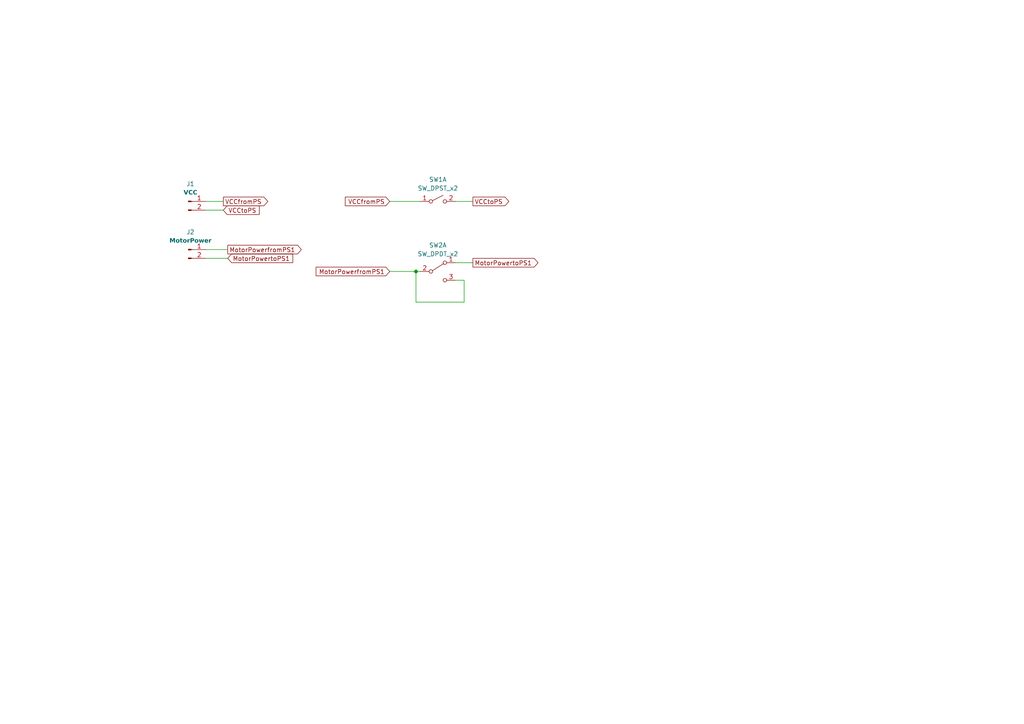
<source format=kicad_sch>
(kicad_sch (version 20230121) (generator eeschema)

  (uuid ef598961-17de-454d-aaa6-00ad10524493)

  (paper "A4")

  (lib_symbols
    (symbol "Connector:Conn_01x02_Pin" (pin_names (offset 1.016) hide) (in_bom yes) (on_board yes)
      (property "Reference" "J" (at 0 2.54 0)
        (effects (font (size 1.27 1.27)))
      )
      (property "Value" "Conn_01x02_Pin" (at 0 -5.08 0)
        (effects (font (size 1.27 1.27)))
      )
      (property "Footprint" "" (at 0 0 0)
        (effects (font (size 1.27 1.27)) hide)
      )
      (property "Datasheet" "~" (at 0 0 0)
        (effects (font (size 1.27 1.27)) hide)
      )
      (property "ki_locked" "" (at 0 0 0)
        (effects (font (size 1.27 1.27)))
      )
      (property "ki_keywords" "connector" (at 0 0 0)
        (effects (font (size 1.27 1.27)) hide)
      )
      (property "ki_description" "Generic connector, single row, 01x02, script generated" (at 0 0 0)
        (effects (font (size 1.27 1.27)) hide)
      )
      (property "ki_fp_filters" "Connector*:*_1x??_*" (at 0 0 0)
        (effects (font (size 1.27 1.27)) hide)
      )
      (symbol "Conn_01x02_Pin_1_1"
        (polyline
          (pts
            (xy 1.27 -2.54)
            (xy 0.8636 -2.54)
          )
          (stroke (width 0.1524) (type default))
          (fill (type none))
        )
        (polyline
          (pts
            (xy 1.27 0)
            (xy 0.8636 0)
          )
          (stroke (width 0.1524) (type default))
          (fill (type none))
        )
        (rectangle (start 0.8636 -2.413) (end 0 -2.667)
          (stroke (width 0.1524) (type default))
          (fill (type outline))
        )
        (rectangle (start 0.8636 0.127) (end 0 -0.127)
          (stroke (width 0.1524) (type default))
          (fill (type outline))
        )
        (pin passive line (at 5.08 0 180) (length 3.81)
          (name "Pin_1" (effects (font (size 1.27 1.27))))
          (number "1" (effects (font (size 1.27 1.27))))
        )
        (pin passive line (at 5.08 -2.54 180) (length 3.81)
          (name "Pin_2" (effects (font (size 1.27 1.27))))
          (number "2" (effects (font (size 1.27 1.27))))
        )
      )
    )
    (symbol "Switch:SW_DPDT_x2" (pin_names (offset 0) hide) (in_bom yes) (on_board yes)
      (property "Reference" "SW" (at 0 4.318 0)
        (effects (font (size 1.27 1.27)))
      )
      (property "Value" "SW_DPDT_x2" (at 0 -5.08 0)
        (effects (font (size 1.27 1.27)))
      )
      (property "Footprint" "" (at 0 0 0)
        (effects (font (size 1.27 1.27)) hide)
      )
      (property "Datasheet" "~" (at 0 0 0)
        (effects (font (size 1.27 1.27)) hide)
      )
      (property "ki_keywords" "switch dual-pole double-throw DPDT spdt ON-ON" (at 0 0 0)
        (effects (font (size 1.27 1.27)) hide)
      )
      (property "ki_description" "Switch, dual pole double throw, separate symbols" (at 0 0 0)
        (effects (font (size 1.27 1.27)) hide)
      )
      (property "ki_fp_filters" "SW*DPDT*" (at 0 0 0)
        (effects (font (size 1.27 1.27)) hide)
      )
      (symbol "SW_DPDT_x2_0_0"
        (circle (center -2.032 0) (radius 0.508)
          (stroke (width 0) (type default))
          (fill (type none))
        )
        (circle (center 2.032 -2.54) (radius 0.508)
          (stroke (width 0) (type default))
          (fill (type none))
        )
      )
      (symbol "SW_DPDT_x2_0_1"
        (polyline
          (pts
            (xy -1.524 0.254)
            (xy 1.651 2.286)
          )
          (stroke (width 0) (type default))
          (fill (type none))
        )
        (circle (center 2.032 2.54) (radius 0.508)
          (stroke (width 0) (type default))
          (fill (type none))
        )
      )
      (symbol "SW_DPDT_x2_1_1"
        (pin passive line (at 5.08 2.54 180) (length 2.54)
          (name "A" (effects (font (size 1.27 1.27))))
          (number "1" (effects (font (size 1.27 1.27))))
        )
        (pin passive line (at -5.08 0 0) (length 2.54)
          (name "B" (effects (font (size 1.27 1.27))))
          (number "2" (effects (font (size 1.27 1.27))))
        )
        (pin passive line (at 5.08 -2.54 180) (length 2.54)
          (name "C" (effects (font (size 1.27 1.27))))
          (number "3" (effects (font (size 1.27 1.27))))
        )
      )
      (symbol "SW_DPDT_x2_2_1"
        (pin passive line (at 5.08 2.54 180) (length 2.54)
          (name "A" (effects (font (size 1.27 1.27))))
          (number "4" (effects (font (size 1.27 1.27))))
        )
        (pin passive line (at -5.08 0 0) (length 2.54)
          (name "B" (effects (font (size 1.27 1.27))))
          (number "5" (effects (font (size 1.27 1.27))))
        )
        (pin passive line (at 5.08 -2.54 180) (length 2.54)
          (name "C" (effects (font (size 1.27 1.27))))
          (number "6" (effects (font (size 1.27 1.27))))
        )
      )
    )
    (symbol "Switch:SW_DPST_x2" (pin_names (offset 0) hide) (in_bom yes) (on_board yes)
      (property "Reference" "SW" (at 0 3.175 0)
        (effects (font (size 1.27 1.27)))
      )
      (property "Value" "SW_DPST_x2" (at 0 -2.54 0)
        (effects (font (size 1.27 1.27)))
      )
      (property "Footprint" "" (at 0 0 0)
        (effects (font (size 1.27 1.27)) hide)
      )
      (property "Datasheet" "~" (at 0 0 0)
        (effects (font (size 1.27 1.27)) hide)
      )
      (property "ki_keywords" "switch lever" (at 0 0 0)
        (effects (font (size 1.27 1.27)) hide)
      )
      (property "ki_description" "Single Pole Single Throw (SPST) switch, separate symbol" (at 0 0 0)
        (effects (font (size 1.27 1.27)) hide)
      )
      (symbol "SW_DPST_x2_0_0"
        (circle (center -2.032 0) (radius 0.508)
          (stroke (width 0) (type default))
          (fill (type none))
        )
        (polyline
          (pts
            (xy -1.524 0.254)
            (xy 1.524 1.778)
          )
          (stroke (width 0) (type default))
          (fill (type none))
        )
        (circle (center 2.032 0) (radius 0.508)
          (stroke (width 0) (type default))
          (fill (type none))
        )
      )
      (symbol "SW_DPST_x2_1_1"
        (pin passive line (at -5.08 0 0) (length 2.54)
          (name "A" (effects (font (size 1.27 1.27))))
          (number "1" (effects (font (size 1.27 1.27))))
        )
        (pin passive line (at 5.08 0 180) (length 2.54)
          (name "B" (effects (font (size 1.27 1.27))))
          (number "2" (effects (font (size 1.27 1.27))))
        )
      )
      (symbol "SW_DPST_x2_2_1"
        (pin passive line (at -5.08 0 0) (length 2.54)
          (name "A" (effects (font (size 1.27 1.27))))
          (number "3" (effects (font (size 1.27 1.27))))
        )
        (pin passive line (at 5.08 0 180) (length 2.54)
          (name "B" (effects (font (size 1.27 1.27))))
          (number "4" (effects (font (size 1.27 1.27))))
        )
      )
    )
  )

  (junction (at 120.65 78.74) (diameter 0) (color 0 0 0 0)
    (uuid a27b6433-daf6-4db3-8e71-b3d95c7f0a83)
  )

  (wire (pts (xy 132.08 81.28) (xy 134.62 81.28))
    (stroke (width 0) (type default))
    (uuid 044b1507-08d7-4c60-8a78-043f1e7060dc)
  )
  (wire (pts (xy 113.03 58.42) (xy 121.92 58.42))
    (stroke (width 0) (type default))
    (uuid 252a7805-14b6-4499-952b-522d24bca9be)
  )
  (wire (pts (xy 134.62 87.63) (xy 120.65 87.63))
    (stroke (width 0) (type default))
    (uuid 59560b4e-6cdb-4e2d-a683-f08c4a8c37f5)
  )
  (wire (pts (xy 113.03 78.74) (xy 120.65 78.74))
    (stroke (width 0) (type default))
    (uuid 626b4215-e330-42d7-816d-640ce5818182)
  )
  (wire (pts (xy 134.62 81.28) (xy 134.62 87.63))
    (stroke (width 0) (type default))
    (uuid 895f24df-873d-4872-af50-1536f885f040)
  )
  (wire (pts (xy 132.08 76.2) (xy 137.16 76.2))
    (stroke (width 0) (type default))
    (uuid 93776983-f00d-47dd-ace3-f7b2ceffb1d5)
  )
  (wire (pts (xy 59.69 74.93) (xy 66.04 74.93))
    (stroke (width 0) (type default))
    (uuid a1a6dcca-f24e-4af3-b849-0d609488b39b)
  )
  (wire (pts (xy 132.08 58.42) (xy 137.16 58.42))
    (stroke (width 0) (type default))
    (uuid d9b5e524-638e-4164-b5bb-cf7e2c20e691)
  )
  (wire (pts (xy 120.65 87.63) (xy 120.65 78.74))
    (stroke (width 0) (type default))
    (uuid da284205-e00a-449d-abe3-cc581335605b)
  )
  (wire (pts (xy 120.65 78.74) (xy 121.92 78.74))
    (stroke (width 0) (type default))
    (uuid e3424c29-2b33-4c4e-849d-6d2cff046d5b)
  )
  (wire (pts (xy 59.69 58.42) (xy 64.77 58.42))
    (stroke (width 0) (type default))
    (uuid ea8dd752-5114-4dd6-8891-c2b66f5ffcd4)
  )
  (wire (pts (xy 59.69 72.39) (xy 66.04 72.39))
    (stroke (width 0) (type default))
    (uuid f01a7a5a-f166-4f7b-b1fd-2ef074f508cb)
  )
  (wire (pts (xy 59.69 60.96) (xy 64.77 60.96))
    (stroke (width 0) (type default))
    (uuid f1251e8a-15e8-4d07-963c-d59ac69929f4)
  )

  (global_label "MotorPowertoPS1" (shape output) (at 137.16 76.2 0) (fields_autoplaced)
    (effects (font (size 1.27 1.27)) (justify left))
    (uuid 2437e81e-3ee5-4520-a1f9-557bfba2f463)
    (property "Intersheetrefs" "${INTERSHEET_REFS}" (at 153.5264 76.2 0)
      (effects (font (size 1.27 1.27)) (justify left) hide)
    )
  )
  (global_label "VCCtoPS" (shape input) (at 64.77 60.96 0) (fields_autoplaced)
    (effects (font (size 1.27 1.27)) (justify left))
    (uuid 3813d817-ae5d-4f3e-a72d-efba33f9c212)
    (property "Intersheetrefs" "${INTERSHEET_REFS}" (at 74.7093 60.96 0)
      (effects (font (size 1.27 1.27)) (justify left) hide)
    )
  )
  (global_label "VCCtoPS" (shape output) (at 137.16 58.42 0) (fields_autoplaced)
    (effects (font (size 1.27 1.27)) (justify left))
    (uuid 6389fe4d-0b74-4a07-8576-f378d52a4b1e)
    (property "Intersheetrefs" "${INTERSHEET_REFS}" (at 147.0993 58.42 0)
      (effects (font (size 1.27 1.27)) (justify left) hide)
    )
  )
  (global_label "MotorPowerfromPS1" (shape output) (at 66.04 72.39 0) (fields_autoplaced)
    (effects (font (size 1.27 1.27)) (justify left))
    (uuid 7d4ce0b5-5294-4a95-80fa-74614dfb3122)
    (property "Intersheetrefs" "${INTERSHEET_REFS}" (at 84.2464 72.39 0)
      (effects (font (size 1.27 1.27)) (justify left) hide)
    )
  )
  (global_label "VCCfromPS" (shape input) (at 113.03 58.42 180) (fields_autoplaced)
    (effects (font (size 1.27 1.27)) (justify right))
    (uuid 90d8ad63-1461-4a20-abfc-0f89f6aa2dca)
    (property "Intersheetrefs" "${INTERSHEET_REFS}" (at 101.2507 58.42 0)
      (effects (font (size 1.27 1.27)) (justify right) hide)
    )
  )
  (global_label "VCCfromPS" (shape output) (at 64.77 58.42 0) (fields_autoplaced)
    (effects (font (size 1.27 1.27)) (justify left))
    (uuid e469976f-2cf7-4ae5-95f1-0535f4e9a94d)
    (property "Intersheetrefs" "${INTERSHEET_REFS}" (at 76.5493 58.42 0)
      (effects (font (size 1.27 1.27)) (justify left) hide)
    )
  )
  (global_label "MotorPowerfromPS1" (shape input) (at 113.03 78.74 180) (fields_autoplaced)
    (effects (font (size 1.27 1.27)) (justify right))
    (uuid e77b41c7-dcc5-44fb-9561-26b71de52e47)
    (property "Intersheetrefs" "${INTERSHEET_REFS}" (at 94.8236 78.74 0)
      (effects (font (size 1.27 1.27)) (justify right) hide)
    )
  )
  (global_label "MotorPowertoPS1" (shape input) (at 66.04 74.93 0) (fields_autoplaced)
    (effects (font (size 1.27 1.27)) (justify left))
    (uuid f154b91b-f34b-41cd-b524-620254e90396)
    (property "Intersheetrefs" "${INTERSHEET_REFS}" (at 82.4064 74.93 0)
      (effects (font (size 1.27 1.27)) (justify left) hide)
    )
  )

  (symbol (lib_id "Switch:SW_DPST_x2") (at 127 58.42 0) (unit 1)
    (in_bom yes) (on_board yes) (dnp no) (fields_autoplaced)
    (uuid 84e4803d-42c5-4b5a-9bbb-15a5da4dcb6c)
    (property "Reference" "SW1" (at 127 52.07 0)
      (effects (font (size 1.27 1.27)))
    )
    (property "Value" "SW_DPST_x2" (at 127 54.61 0)
      (effects (font (size 1.27 1.27)))
    )
    (property "Footprint" "@admixFootPrints:DS-850K-S-WD" (at 127 58.42 0)
      (effects (font (size 1.27 1.27)) hide)
    )
    (property "Datasheet" "~" (at 127 58.42 0)
      (effects (font (size 1.27 1.27)) hide)
    )
    (pin "1" (uuid 132750d7-f5c3-475f-9394-e6894ca367d3))
    (pin "2" (uuid 53c8d797-ba92-475b-bc06-7d68f034725e))
    (pin "3" (uuid c5f2d431-da0c-4792-abdb-b16300dc7519))
    (pin "4" (uuid fb7b18be-2fbb-4475-951a-c02719062eb6))
    (instances
      (project "Switch"
        (path "/ef598961-17de-454d-aaa6-00ad10524493"
          (reference "SW1") (unit 1)
        )
      )
    )
  )

  (symbol (lib_id "Connector:Conn_01x02_Pin") (at 54.61 72.39 0) (unit 1)
    (in_bom yes) (on_board yes) (dnp no) (fields_autoplaced)
    (uuid 9c47aeae-7970-4dd7-9fe0-79b9652a7115)
    (property "Reference" "J2" (at 55.245 67.31 0)
      (effects (font (size 1.27 1.27)))
    )
    (property "Value" "MotorPower" (at 55.245 69.85 0)
      (effects (font (face "Calibri") (size 1.27 1.27) bold))
    )
    (property "Footprint" "Connector_JST:JST_XH_S2B-XH-A-1_1x02_P2.50mm_Horizontal" (at 54.61 72.39 0)
      (effects (font (size 1.27 1.27)) hide)
    )
    (property "Datasheet" "~" (at 54.61 72.39 0)
      (effects (font (size 1.27 1.27)) hide)
    )
    (pin "1" (uuid a457e2c6-02d7-4a12-b48d-0079aefc2ea7))
    (pin "2" (uuid 19781923-deef-4efb-84ee-2b6af2099557))
    (instances
      (project "Switch"
        (path "/ef598961-17de-454d-aaa6-00ad10524493"
          (reference "J2") (unit 1)
        )
      )
    )
  )

  (symbol (lib_id "Switch:SW_DPDT_x2") (at 127 78.74 0) (unit 1)
    (in_bom yes) (on_board yes) (dnp no) (fields_autoplaced)
    (uuid cec6f6ab-89a5-4856-8cb1-327029112e1e)
    (property "Reference" "SW2" (at 127 71.12 0)
      (effects (font (size 1.27 1.27)))
    )
    (property "Value" "SW_DPDT_x2" (at 127 73.66 0)
      (effects (font (size 1.27 1.27)))
    )
    (property "Footprint" "@admixFootPrints:ToggleSwitch" (at 127 78.74 0)
      (effects (font (size 1.27 1.27)) hide)
    )
    (property "Datasheet" "~" (at 127 78.74 0)
      (effects (font (size 1.27 1.27)) hide)
    )
    (pin "1" (uuid ccb6b24a-75d9-4289-a2b2-294d4b9ffb64))
    (pin "2" (uuid a88780f8-ebae-4d3f-a690-e257aa35e568))
    (pin "3" (uuid 00e5ce4d-835e-4903-a1a0-9c3914ed8b76))
    (pin "4" (uuid 36d46975-3783-431d-be9c-d9fd10675268))
    (pin "5" (uuid a735c346-46de-4356-9e8b-a1e4075ae820))
    (pin "6" (uuid cc12307b-3d07-4291-a0cc-69bb20bef115))
    (instances
      (project "Switch"
        (path "/ef598961-17de-454d-aaa6-00ad10524493"
          (reference "SW2") (unit 1)
        )
      )
    )
  )

  (symbol (lib_id "Connector:Conn_01x02_Pin") (at 54.61 58.42 0) (unit 1)
    (in_bom yes) (on_board yes) (dnp no) (fields_autoplaced)
    (uuid d34163bb-3571-43b7-8bb3-c74c76be2d61)
    (property "Reference" "J1" (at 55.245 53.34 0)
      (effects (font (size 1.27 1.27)))
    )
    (property "Value" "VCC" (at 55.245 55.88 0)
      (effects (font (face "Calibri") (size 1.27 1.27) bold))
    )
    (property "Footprint" "Connector_JST:JST_XH_S2B-XH-A-1_1x02_P2.50mm_Horizontal" (at 54.61 58.42 0)
      (effects (font (size 1.27 1.27)) hide)
    )
    (property "Datasheet" "~" (at 54.61 58.42 0)
      (effects (font (size 1.27 1.27)) hide)
    )
    (pin "1" (uuid dda11c2e-7cab-4b8d-8168-7c8645c7478f))
    (pin "2" (uuid be62652d-0565-4484-bc5d-114281ade7b3))
    (instances
      (project "Switch"
        (path "/ef598961-17de-454d-aaa6-00ad10524493"
          (reference "J1") (unit 1)
        )
      )
    )
  )

  (sheet_instances
    (path "/" (page "1"))
  )
)

</source>
